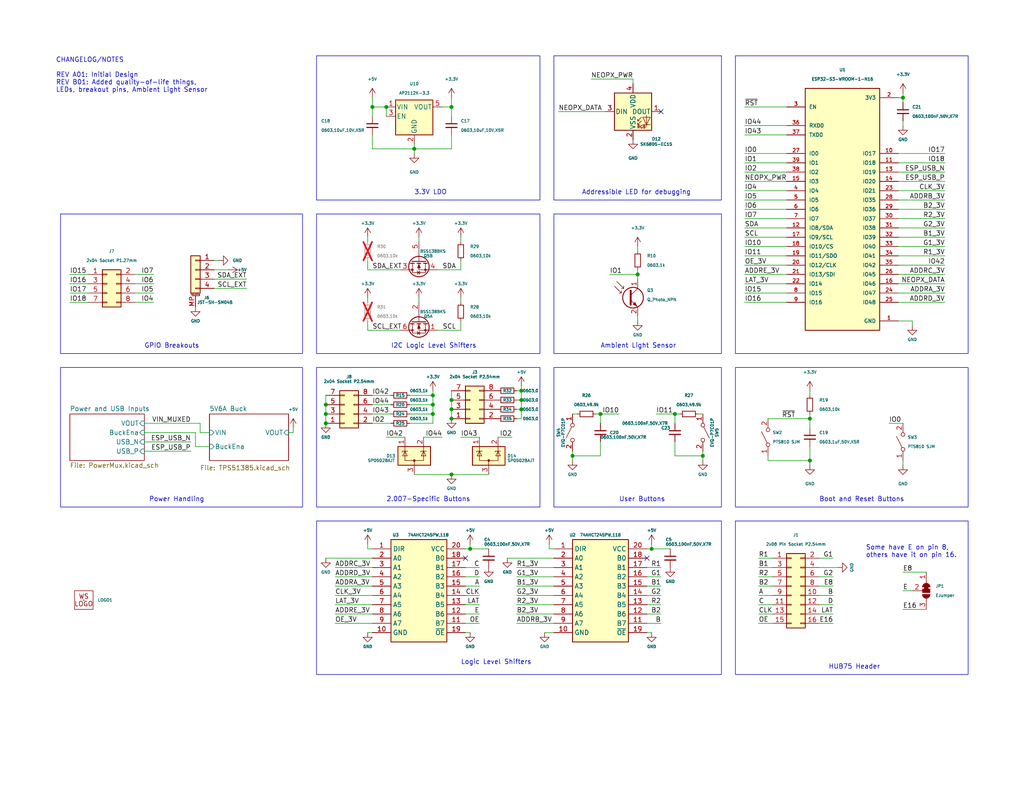
<source format=kicad_sch>
(kicad_sch (version 20230121) (generator eeschema)
  (paper "USLetter")
  (title_block (title "Main") (date "2024-02-14") (rev "B02"))
  (junction (at 118.11 107.95))
  (junction (at 88.9 113.03))
  (junction (at 88.9 110.49))
  (junction (at 191.77 124.46))
  (junction (at 118.11 113.03))
  (junction (at 123.19 129.54))
  (junction (at 184.15 113.03))
  (junction (at 177.8 149.86))
  (junction (at 142.24 111.76))
  (junction (at 123.19 111.76))
  (junction (at 220.98 125.73))
  (junction (at 101.6 29.21))
  (junction (at 246.38 26.67))
  (junction (at 123.19 109.22))
  (junction (at 123.19 29.21))
  (junction (at 113.03 40.64))
  (junction (at 123.19 114.3))
  (junction (at 142.24 109.22))
  (junction (at 220.98 114.3))
  (junction (at 88.9 115.57))
  (junction (at 163.83 113.03))
  (junction (at 105.41 29.21))
  (junction (at 118.11 110.49))
  (junction (at 128.27 149.86))
  (junction (at 156.21 124.46))
  (junction (at 173.99 74.93))
  (junction (at 142.24 106.68))
  (no_connect (at 176.53 152.4))
  (no_connect (at 180.34 30.48))
  (no_connect (at 127 152.4))
  (wire (pts (xy 203.2 41.91) (xy 214.63 41.91)))
  (wire (pts (xy 111.76 115.57) (xy 118.11 115.57)))
  (wire (pts (xy 166.37 74.93) (xy 173.99 74.93)))
  (wire (pts (xy 176.53 165.1) (xy 180.34 165.1)))
  (wire (pts (xy 203.2 29.21) (xy 214.63 29.21)))
  (wire (pts (xy 53.34 118.11) (xy 53.34 121.92)))
  (wire (pts (xy 245.11 57.15) (xy 257.81 57.15)))
  (wire (pts (xy 142.24 109.22) (xy 142.24 111.76)))
  (wire (pts (xy 100.33 87.63) (xy 100.33 90.17)))
  (wire (pts (xy 203.2 77.47) (xy 214.63 77.47)))
  (wire (pts (xy 105.41 29.21) (xy 105.41 31.75)))
  (wire (pts (xy 248.92 87.63) (xy 248.92 88.9)))
  (wire (pts (xy 142.24 105.41) (xy 142.24 106.68)))
  (wire (pts (xy 203.2 72.39) (xy 214.63 72.39)))
  (wire (pts (xy 246.38 34.29) (xy 246.38 33.02)))
  (wire (pts (xy 172.72 21.59) (xy 172.72 22.86)))
  (wire (pts (xy 151.13 154.94) (xy 140.97 154.94)))
  (wire (pts (xy 58.42 73.66) (xy 62.23 73.66)))
  (wire (pts (xy 203.2 49.53) (xy 214.63 49.53)))
  (wire (pts (xy 139.7 119.38) (xy 135.89 119.38)))
  (wire (pts (xy 101.6 165.1) (xy 91.44 165.1)))
  (wire (pts (xy 80.01 118.11) (xy 78.74 118.11)))
  (wire (pts (xy 125.73 81.28) (xy 125.73 82.55)))
  (wire (pts (xy 101.6 167.64) (xy 91.44 167.64)))
  (wire (pts (xy 173.99 73.66) (xy 173.99 74.93)))
  (wire (pts (xy 123.19 111.76) (xy 123.19 114.3)))
  (wire (pts (xy 245.11 26.67) (xy 246.38 26.67)))
  (wire (pts (xy 119.38 73.66) (xy 125.73 73.66)))
  (wire (pts (xy 156.21 113.03) (xy 157.48 113.03)))
  (wire (pts (xy 100.33 81.28) (xy 100.33 82.55)))
  (wire (pts (xy 223.52 165.1) (xy 227.33 165.1)))
  (wire (pts (xy 100.33 148.59) (xy 100.33 149.86)))
  (wire (pts (xy 203.2 34.29) (xy 214.63 34.29)))
  (wire (pts (xy 177.8 149.86) (xy 177.8 148.59)))
  (wire (pts (xy 100.33 73.66) (xy 109.22 73.66)))
  (wire (pts (xy 168.91 113.03) (xy 163.83 113.03)))
  (wire (pts (xy 203.2 82.55) (xy 214.63 82.55)))
  (wire (pts (xy 177.8 149.86) (xy 182.88 149.86)))
  (wire (pts (xy 203.2 36.83) (xy 214.63 36.83)))
  (wire (pts (xy 101.6 107.95) (xy 106.68 107.95)))
  (wire (pts (xy 24.13 77.47) (xy 19.05 77.47)))
  (wire (pts (xy 210.82 152.4) (xy 207.01 152.4)))
  (wire (pts (xy 101.6 172.72) (xy 100.33 172.72)))
  (wire (pts (xy 176.53 167.64) (xy 180.34 167.64)))
  (wire (pts (xy 24.13 82.55) (xy 19.05 82.55)))
  (wire (pts (xy 127 149.86) (xy 128.27 149.86)))
  (wire (pts (xy 245.11 41.91) (xy 257.81 41.91)))
  (wire (pts (xy 245.11 69.85) (xy 257.81 69.85)))
  (wire (pts (xy 120.65 119.38) (xy 115.57 119.38)))
  (wire (pts (xy 149.86 149.86) (xy 151.13 149.86)))
  (wire (pts (xy 176.53 160.02) (xy 180.34 160.02)))
  (wire (pts (xy 101.6 115.57) (xy 106.68 115.57)))
  (wire (pts (xy 127 157.48) (xy 130.81 157.48)))
  (wire (pts (xy 203.2 67.31) (xy 214.63 67.31)))
  (wire (pts (xy 88.9 113.03) (xy 88.9 115.57)))
  (wire (pts (xy 118.11 110.49) (xy 118.11 107.95)))
  (wire (pts (xy 245.11 67.31) (xy 257.81 67.31)))
  (wire (pts (xy 223.52 170.18) (xy 227.33 170.18)))
  (wire (pts (xy 184.15 120.65) (xy 184.15 124.46)))
  (wire (pts (xy 220.98 106.68) (xy 220.98 107.95)))
  (wire (pts (xy 100.33 64.77) (xy 100.33 66.04)))
  (wire (pts (xy 220.98 113.03) (xy 220.98 114.3)))
  (wire (pts (xy 151.13 170.18) (xy 140.97 170.18)))
  (wire (pts (xy 119.38 90.17) (xy 125.73 90.17)))
  (wire (pts (xy 179.07 113.03) (xy 184.15 113.03)))
  (wire (pts (xy 209.55 125.73) (xy 220.98 125.73)))
  (wire (pts (xy 127 170.18) (xy 130.81 170.18)))
  (wire (pts (xy 123.19 106.68) (xy 123.19 109.22)))
  (wire (pts (xy 91.44 154.94) (xy 101.6 154.94)))
  (wire (pts (xy 128.27 149.86) (xy 133.35 149.86)))
  (wire (pts (xy 101.6 110.49) (xy 106.68 110.49)))
  (wire (pts (xy 100.33 90.17) (xy 109.22 90.17)))
  (wire (pts (xy 163.83 113.03) (xy 162.56 113.03)))
  (wire (pts (xy 210.82 154.94) (xy 207.01 154.94)))
  (wire (pts (xy 210.82 165.1) (xy 207.01 165.1)))
  (wire (pts (xy 123.19 36.83) (xy 123.19 40.64)))
  (wire (pts (xy 191.77 125.73) (xy 191.77 124.46)))
  (wire (pts (xy 101.6 162.56) (xy 91.44 162.56)))
  (wire (pts (xy 210.82 170.18) (xy 207.01 170.18)))
  (wire (pts (xy 203.2 62.23) (xy 214.63 62.23)))
  (wire (pts (xy 151.13 165.1) (xy 140.97 165.1)))
  (wire (pts (xy 220.98 127) (xy 220.98 125.73)))
  (wire (pts (xy 123.19 29.21) (xy 120.65 29.21)))
  (wire (pts (xy 88.9 110.49) (xy 88.9 113.03)))
  (wire (pts (xy 203.2 80.01) (xy 214.63 80.01)))
  (wire (pts (xy 101.6 157.48) (xy 91.44 157.48)))
  (wire (pts (xy 245.11 49.53) (xy 257.81 49.53)))
  (wire (pts (xy 245.11 74.93) (xy 257.81 74.93)))
  (wire (pts (xy 142.24 106.68) (xy 142.24 109.22)))
  (wire (pts (xy 176.53 154.94) (xy 180.34 154.94)))
  (wire (pts (xy 176.53 172.72) (xy 177.8 172.72)))
  (wire (pts (xy 184.15 115.57) (xy 184.15 113.03)))
  (wire (pts (xy 176.53 162.56) (xy 180.34 162.56)))
  (wire (pts (xy 156.21 124.46) (xy 156.21 123.19)))
  (wire (pts (xy 151.13 162.56) (xy 140.97 162.56)))
  (wire (pts (xy 210.82 167.64) (xy 207.01 167.64)))
  (wire (pts (xy 245.11 52.07) (xy 257.81 52.07)))
  (wire (pts (xy 140.97 106.68) (xy 142.24 106.68)))
  (wire (pts (xy 246.38 156.21) (xy 252.73 156.21)))
  (wire (pts (xy 80.01 116.84) (xy 80.01 118.11)))
  (wire (pts (xy 114.3 81.28) (xy 114.3 82.55)))
  (wire (pts (xy 123.19 29.21) (xy 123.19 31.75)))
  (wire (pts (xy 203.2 52.07) (xy 214.63 52.07)))
  (wire (pts (xy 114.3 64.77) (xy 114.3 66.04)))
  (wire (pts (xy 245.11 59.69) (xy 257.81 59.69)))
  (wire (pts (xy 100.33 149.86) (xy 101.6 149.86)))
  (wire (pts (xy 59.69 71.12) (xy 58.42 71.12)))
  (wire (pts (xy 54.61 118.11) (xy 57.15 118.11)))
  (wire (pts (xy 127 160.02) (xy 130.81 160.02)))
  (wire (pts (xy 203.2 64.77) (xy 214.63 64.77)))
  (wire (pts (xy 223.52 154.94) (xy 228.6 154.94)))
  (wire (pts (xy 203.2 44.45) (xy 214.63 44.45)))
  (wire (pts (xy 173.99 74.93) (xy 173.99 76.2)))
  (wire (pts (xy 101.6 113.03) (xy 106.68 113.03)))
  (wire (pts (xy 245.11 72.39) (xy 257.81 72.39)))
  (wire (pts (xy 176.53 170.18) (xy 180.34 170.18)))
  (wire (pts (xy 127 165.1) (xy 130.81 165.1)))
  (wire (pts (xy 209.55 124.46) (xy 209.55 125.73)))
  (wire (pts (xy 100.33 71.12) (xy 100.33 73.66)))
  (wire (pts (xy 128.27 148.59) (xy 128.27 149.86)))
  (wire (pts (xy 36.83 80.01) (xy 41.91 80.01)))
  (wire (pts (xy 123.19 109.22) (xy 123.19 111.76)))
  (wire (pts (xy 246.38 127) (xy 246.38 125.73)))
  (wire (pts (xy 173.99 86.36) (xy 173.99 87.63)))
  (wire (pts (xy 101.6 26.67) (xy 101.6 29.21)))
  (wire (pts (xy 39.37 115.57) (xy 54.61 115.57)))
  (wire (pts (xy 176.53 157.48) (xy 180.34 157.48)))
  (wire (pts (xy 149.86 148.59) (xy 149.86 149.86)))
  (wire (pts (xy 245.11 54.61) (xy 257.81 54.61)))
  (wire (pts (xy 140.97 111.76) (xy 142.24 111.76)))
  (wire (pts (xy 148.59 172.72) (xy 151.13 172.72)))
  (wire (pts (xy 140.97 114.3) (xy 142.24 114.3)))
  (wire (pts (xy 161.29 21.59) (xy 172.72 21.59)))
  (wire (pts (xy 24.13 80.01) (xy 19.05 80.01)))
  (wire (pts (xy 140.97 167.64) (xy 151.13 167.64)))
  (wire (pts (xy 123.19 129.54) (xy 113.03 129.54)))
  (wire (pts (xy 210.82 162.56) (xy 207.01 162.56)))
  (wire (pts (xy 101.6 170.18) (xy 91.44 170.18)))
  (wire (pts (xy 156.21 125.73) (xy 156.21 124.46)))
  (wire (pts (xy 245.11 77.47) (xy 257.81 77.47)))
  (wire (pts (xy 210.82 157.48) (xy 207.01 157.48)))
  (wire (pts (xy 127 172.72) (xy 128.27 172.72)))
  (wire (pts (xy 245.11 87.63) (xy 248.92 87.63)))
  (wire (pts (xy 140.97 109.22) (xy 142.24 109.22)))
  (wire (pts (xy 88.9 107.95) (xy 88.9 110.49)))
  (wire (pts (xy 125.73 87.63) (xy 125.73 90.17)))
  (wire (pts (xy 203.2 54.61) (xy 214.63 54.61)))
  (wire (pts (xy 138.43 152.4) (xy 151.13 152.4)))
  (wire (pts (xy 203.2 57.15) (xy 214.63 57.15)))
  (wire (pts (xy 203.2 74.93) (xy 214.63 74.93)))
  (wire (pts (xy 184.15 124.46) (xy 191.77 124.46)))
  (wire (pts (xy 127 162.56) (xy 130.81 162.56)))
  (wire (pts (xy 220.98 121.92) (xy 220.98 125.73)))
  (wire (pts (xy 242.57 115.57) (xy 246.38 115.57)))
  (wire (pts (xy 245.11 62.23) (xy 257.81 62.23)))
  (wire (pts (xy 111.76 110.49) (xy 118.11 110.49)))
  (wire (pts (xy 101.6 160.02) (xy 91.44 160.02)))
  (wire (pts (xy 191.77 124.46) (xy 191.77 123.19)))
  (wire (pts (xy 163.83 115.57) (xy 163.83 113.03)))
  (wire (pts (xy 246.38 27.94) (xy 246.38 26.67)))
  (wire (pts (xy 245.11 44.45) (xy 257.81 44.45)))
  (wire (pts (xy 151.13 157.48) (xy 140.97 157.48)))
  (wire (pts (xy 127 167.64) (xy 130.81 167.64)))
  (wire (pts (xy 123.19 129.54) (xy 133.35 129.54)))
  (wire (pts (xy 203.2 69.85) (xy 214.63 69.85)))
  (wire (pts (xy 113.03 40.64) (xy 113.03 39.37)))
  (wire (pts (xy 101.6 36.83) (xy 101.6 40.64)))
  (wire (pts (xy 203.2 46.99) (xy 214.63 46.99)))
  (wire (pts (xy 39.37 120.65) (xy 52.07 120.65)))
  (wire (pts (xy 125.73 119.38) (xy 130.81 119.38)))
  (wire (pts (xy 111.76 113.03) (xy 118.11 113.03)))
  (wire (pts (xy 209.55 114.3) (xy 220.98 114.3)))
  (wire (pts (xy 210.82 160.02) (xy 207.01 160.02)))
  (wire (pts (xy 24.13 74.93) (xy 19.05 74.93)))
  (wire (pts (xy 220.98 114.3) (xy 220.98 116.84)))
  (wire (pts (xy 125.73 64.77) (xy 125.73 66.04)))
  (wire (pts (xy 125.73 71.12) (xy 125.73 73.66)))
  (wire (pts (xy 54.61 118.11) (xy 54.61 115.57)))
  (wire (pts (xy 101.6 40.64) (xy 113.03 40.64)))
  (wire (pts (xy 163.83 120.65) (xy 163.83 124.46)))
  (wire (pts (xy 246.38 166.37) (xy 252.73 166.37)))
  (wire (pts (xy 36.83 77.47) (xy 41.91 77.47)))
  (wire (pts (xy 142.24 111.76) (xy 142.24 114.3)))
  (wire (pts (xy 223.52 162.56) (xy 227.33 162.56)))
  (wire (pts (xy 246.38 26.67) (xy 246.38 25.4)))
  (wire (pts (xy 246.38 161.29) (xy 248.92 161.29)))
  (wire (pts (xy 111.76 107.95) (xy 118.11 107.95)))
  (wire (pts (xy 245.11 82.55) (xy 257.81 82.55)))
  (wire (pts (xy 53.34 121.92) (xy 57.15 121.92)))
  (wire (pts (xy 163.83 124.46) (xy 156.21 124.46)))
  (wire (pts (xy 118.11 115.57) (xy 118.11 113.03)))
  (wire (pts (xy 173.99 67.31) (xy 173.99 68.58)))
  (wire (pts (xy 36.83 82.55) (xy 41.91 82.55)))
  (wire (pts (xy 101.6 29.21) (xy 105.41 29.21)))
  (wire (pts (xy 118.11 106.68) (xy 118.11 107.95)))
  (wire (pts (xy 152.4 30.48) (xy 165.1 30.48)))
  (wire (pts (xy 36.83 74.93) (xy 41.91 74.93)))
  (wire (pts (xy 223.52 167.64) (xy 227.33 167.64)))
  (wire (pts (xy 113.03 41.91) (xy 113.03 40.64)))
  (wire (pts (xy 245.11 80.01) (xy 257.81 80.01)))
  (wire (pts (xy 39.37 118.11) (xy 53.34 118.11)))
  (wire (pts (xy 190.5 113.03) (xy 191.77 113.03)))
  (wire (pts (xy 184.15 113.03) (xy 185.42 113.03)))
  (wire (pts (xy 58.42 76.2) (xy 67.31 76.2)))
  (wire (pts (xy 123.19 40.64) (xy 113.03 40.64)))
  (wire (pts (xy 223.52 152.4) (xy 227.33 152.4)))
  (wire (pts (xy 245.11 64.77) (xy 257.81 64.77)))
  (wire (pts (xy 176.53 149.86) (xy 177.8 149.86)))
  (wire (pts (xy 203.2 59.69) (xy 214.63 59.69)))
  (wire (pts (xy 223.52 157.48) (xy 227.33 157.48)))
  (wire (pts (xy 118.11 113.03) (xy 118.11 110.49)))
  (wire (pts (xy 88.9 152.4) (xy 101.6 152.4)))
  (wire (pts (xy 39.37 123.19) (xy 52.07 123.19)))
  (wire (pts (xy 101.6 31.75) (xy 101.6 29.21)))
  (wire (pts (xy 223.52 160.02) (xy 227.33 160.02)))
  (wire (pts (xy 127 154.94) (xy 130.81 154.94)))
  (wire (pts (xy 105.41 119.38) (xy 110.49 119.38)))
  (wire (pts (xy 123.19 26.67) (xy 123.19 29.21)))
  (wire (pts (xy 151.13 160.02) (xy 140.97 160.02)))
  (wire (pts (xy 245.11 46.99) (xy 257.81 46.99)))
  (wire (pts (xy 58.42 78.74) (xy 67.31 78.74)))
  (rectangle (start 16.51 58.42) (end 82.55 96.52))
  (rectangle (start 151.13 58.42) (end 196.85 96.52))
  (rectangle (start 200.66 142.24) (end 264.16 184.15))
  (rectangle (start 86.36 15.24) (end 147.32 54.61))
  (rectangle (start 86.36 142.24) (end 196.85 184.15))
  (rectangle (start 16.51 100.33) (end 82.55 138.43))
  (rectangle (start 200.66 100.33) (end 264.16 138.43))
  (rectangle (start 151.13 100.33) (end 196.85 138.43))
  (rectangle (start 86.36 100.33) (end 147.32 138.43))
  (rectangle (start 200.66 15.24) (end 264.16 96.52))
  (rectangle (start 151.13 15.24) (end 196.85 54.61))
  (rectangle (start 86.36 58.42) (end 147.32 96.52))
  (text "Boot and Reset Buttons" (at 223.52 137.16 0) (effects (font (size 1.27 1.27)) (justify left bottom)))
  (text "Addressible LED for debugging" (at 158.75 53.34 0) (effects (font (size 1.27 1.27)) (justify left bottom)))
  (text "3.3V LDO" (at 113.03 53.34 0) (effects (font (size 1.27 1.27)) (justify left bottom)))
  (text "User Buttons" (at 168.91 137.16 0) (effects (font (size 1.27 1.27)) (justify left bottom)))
  (text "I2C Logic Level Shifters" (at 106.68 95.25 0) (effects (font (size 1.27 1.27)) (justify left bottom)))
  (text "HUB75 Header" (at 226.06 182.88 0) (effects (font (size 1.27 1.27)) (justify left bottom)))
  (text "Some have E on pin 8, \nothers have it on pin 16. " (at 236.22 152.4 0) (effects (font (size 1.27 1.27)) (justify left bottom)))
  (text "2.007-Specific Buttons\n" (at 105.41 137.16 0) (effects (font (size 1.27 1.27)) (justify left bottom)))
  (text "Logic Level Shifters" (at 125.73 181.61 0) (effects (font (size 1.27 1.27)) (justify left bottom)))
  (text "Power Handling\n" (at 40.64 137.16 0) (effects (font (size 1.27 1.27)) (justify left bottom)))
  (text "GPIO Breakouts" (at 39.37 95.25 0) (effects (font (size 1.27 1.27)) (justify left bottom)))
  (text "Ambient Light Sensor" (at 163.83 95.25 0) (effects (font (size 1.27 1.27)) (justify left bottom)))
  (text "CHANGELOG/NOTES\n\nREV A01: Initial Design\nREV B01: Added quality-of-life things,\nLEDs, breakout pins, Ambient Light Sensor\n" (at 15.24 25.4 0) (effects (font (size 1.27 1.27)) (justify left bottom)))
  (label "NEOPX_DATA" (at 152.4 30.48 0))
  (label "VIN_MUXED" (at 52.07 115.57 180))
  (label "A" (at 130.81 160.02 180))
  (label "IO1" (at 203.2 44.45 0))
  (label "SDA_EXT" (at 101.6 73.66 0))
  (label "IO15" (at 203.2 80.01 0))
  (label "C" (at 130.81 154.94 180))
  (label "ESP_USB_N" (at 257.81 46.99 180))
  (label "IO7" (at 41.91 74.93 180))
  (label "G1" (at 180.34 157.48 180))
  (label "OE_3V" (at 91.44 170.18 0))
  (label "R2" (at 207.01 157.48 0))
  (label "IO42" (at 105.41 119.38 0))
  (label "ADDRA_3V" (at 91.44 160.02 0))
  (label "B2_3V" (at 140.97 167.64 0))
  (label "C" (at 207.01 165.1 0))
  (label "NEOPX_PWR" (at 203.2 49.53 0))
  (label "IO1" (at 166.37 74.93 0))
  (label "IO42" (at 257.81 72.39 180))
  (label "IO43" (at 203.2 36.83 0))
  (label "B2_3V" (at 257.81 57.15 180))
  (label "R2_3V" (at 140.97 165.1 0))
  (label "R2" (at 180.34 165.1 180))
  (label "IO10" (at 203.2 67.31 0))
  (label "CLK" (at 207.01 167.64 0))
  (label "CLK" (at 130.81 162.56 180))
  (label "G1" (at 227.33 152.4 180))
  (label "IO17" (at 19.05 80.01 0))
  (label "SCL_EXT" (at 67.31 78.74 180))
  (label "IO43" (at 101.6 113.03 0))
  (label "~{RST}" (at 203.2 29.21 0))
  (label "IO44" (at 101.6 110.49 0))
  (label "IO4" (at 41.91 82.55 180))
  (label "R1_3V" (at 257.81 69.85 180))
  (label "E" (at 130.81 167.64 180))
  (label "IO6" (at 203.2 57.15 0))
  (label "B2" (at 180.34 167.64 180))
  (label "ADDRD_3V" (at 257.81 82.55 180))
  (label "ADDRB_3V" (at 140.97 170.18 0))
  (label "R1" (at 180.34 154.94 180))
  (label "E" (at 246.38 161.29 0))
  (label "ADDRB_3V" (at 257.81 54.61 180))
  (label "IO2" (at 101.6 115.57 0))
  (label "B1_3V" (at 257.81 64.77 180))
  (label "SCL_EXT" (at 101.6 90.17 0))
  (label "D" (at 227.33 165.1 180))
  (label "SDA_EXT" (at 67.31 76.2 180))
  (label "CLK_3V" (at 257.81 52.07 180))
  (label "IO10" (at 168.91 113.03 180))
  (label "IO42" (at 101.6 107.95 0))
  (label "IO18" (at 19.05 82.55 0))
  (label "IO4" (at 203.2 52.07 0))
  (label "IO11" (at 203.2 69.85 0))
  (label "G2" (at 180.34 162.56 180))
  (label "OE_3V" (at 203.2 72.39 0))
  (label "ADDRE_3V" (at 91.44 167.64 0))
  (label "IO0" (at 203.2 41.91 0))
  (label "IO11" (at 179.07 113.03 0))
  (label "ADDRA_3V" (at 257.81 80.01 180))
  (label "D" (at 130.81 157.48 180))
  (label "IO16" (at 203.2 82.55 0))
  (label "G1_3V" (at 257.81 67.31 180))
  (label "E16" (at 246.38 166.37 0))
  (label "IO5" (at 41.91 80.01 180))
  (label "IO15" (at 19.05 74.93 0))
  (label "G2" (at 227.33 157.48 180))
  (label "B" (at 227.33 162.56 180))
  (label "SCL" (at 203.2 64.77 0))
  (label "SCL" (at 124.46 90.17 180))
  (label "LAT_3V" (at 203.2 77.47 0))
  (label "IO44" (at 120.65 119.38 180))
  (label "IO18" (at 257.81 44.45 180))
  (label "IO7" (at 203.2 59.69 0))
  (label "OE" (at 130.81 170.18 180))
  (label "NEOPX_PWR" (at 161.29 21.59 0))
  (label "IO2" (at 203.2 46.99 0))
  (label "SDA" (at 203.2 62.23 0))
  (label "B1_3V" (at 140.97 160.02 0))
  (label "B1" (at 180.34 160.02 180))
  (label "ESP_USB_P" (at 52.07 123.19 180))
  (label "E8" (at 227.33 160.02 180))
  (label "CLK_3V" (at 91.44 162.56 0))
  (label "SDA" (at 124.46 73.66 180))
  (label "IO16" (at 19.05 77.47 0))
  (label "B1" (at 207.01 154.94 0))
  (label "E16" (at 227.33 170.18 180))
  (label "IO43" (at 125.73 119.38 0))
  (label "ESP_USB_N" (at 52.07 120.65 180))
  (label "A" (at 207.01 162.56 0))
  (label "R1" (at 207.01 152.4 0))
  (label "E8" (at 246.38 156.21 0))
  (label "IO17" (at 257.81 41.91 180))
  (label "LAT_3V" (at 91.44 165.1 0))
  (label "IO44" (at 203.2 34.29 0))
  (label "IO2" (at 139.7 119.38 180))
  (label "ADDRE_3V" (at 203.2 74.93 0))
  (label "B" (at 180.34 170.18 180))
  (label "LAT" (at 227.33 167.64 180))
  (label "~{RST}" (at 213.36 114.3 0))
  (label "R1_3V" (at 140.97 154.94 0))
  (label "G1_3V" (at 140.97 157.48 0))
  (label "LAT" (at 130.81 165.1 180))
  (label "IO6" (at 41.91 77.47 180))
  (label "ADDRC_3V" (at 91.44 154.94 0))
  (label "OE" (at 207.01 170.18 0))
  (label "ESP_USB_P" (at 257.81 49.53 180))
  (label "ADDRC_3V" (at 257.81 74.93 180))
  (label "IO5" (at 203.2 54.61 0))
  (label "B2" (at 207.01 160.02 0))
  (label "G2_3V" (at 140.97 162.56 0))
  (label "IO0" (at 242.57 115.57 0))
  (label "ADDRD_3V" (at 91.44 157.48 0))
  (label "G2_3V" (at 257.81 62.23 180))
  (label "NEOPX_DATA" (at 257.81 77.47 180))
  (label "R2_3V" (at 257.81 59.69 180))
  (symbol (lib_id "Device:Q_Dual_NMOS_S1G1D2S2G2D1") (at 114.3 71.12 90) (mirror x) (unit 2)
    (property "Reference" "Q5" (at 116.84 69.85 90) (effects (font (size 0.8 0.8))))
    (property "Value" "BSS138BKS" (at 118.11 68.58 90) (effects (font (size 0.8 0.8))))
    (property "Footprint" "Package_TO_SOT_SMD:SOT-363_SC-70-6" (effects hide))
  )
  (symbol (lib_id "power:GND") (at 246.38 127 0) (unit 1)
    (property "Reference" "#PWR034" (effects hide))
    (property "Value" "GND" (at 246.38 132.08 0) (effects (font (size 0.8 0.8))))
  )
  (symbol (lib_id "jlcpcb-basic-resistor:0603,1k") (at 109.22 113.03 90) (unit 1)
    (property "Reference" "R24" (at 109.22 113.03 90) (effects (font (size 0.8 0.8))))
    (property "Value" "0603,1k" (at 114.3 111.76 90) (effects (font (size 0.8 0.8))))
    (property "Footprint" "Resistor_SMD:R_0603_1608Metric" (effects hide))
    (property "Datasheet" "https://datasheet.lcsc.com/lcsc/2110252030_UNI-ROYAL-Uniroyal-Elec-0603WAF1001T5E_C21190.pdf" (effects hide))
    (property "LCSC" "C21190" (effects hide))
    (property "MFG" "UNI-ROYAL(Uniroyal Elec)" (effects hide))
    (property "MFGPN" "0603WAF1001T5E" (effects hide))
  )
  (symbol (lib_id "Jumper:SolderJumper_3_Bridged12") (at 252.73 161.29 270) (unit 1)
    (property "Reference" "JP1" (at 255.27 160.02 90) (effects (font (size 0.8 0.8)) (justify left)))
    (property "Value" "EJumper" (at 255.27 162.56 90) (effects (font (size 0.8 0.8)) (justify left)))
    (property "Footprint" "Jumper:SolderJumper-3_P2.0mm_Open_TrianglePad1.0x1.5mm" (effects hide))
  )
  (symbol (lib_id "power:GND") (at 88.9 152.4 0) (unit 1)
    (property "Reference" "#PWR07" (effects hide))
    (property "Value" "GND" (at 88.9 156.21 0) (effects (font (size 0.8 0.8))))
  )
  (symbol (lib_id "power:GND") (at 248.92 88.9 0) (unit 1)
    (property "Reference" "#PWR08" (effects hide))
    (property "Value" "GND" (at 248.92 92.71 0) (effects (font (size 0.8 0.8))))
  )
  (symbol (lib_id "power:GND") (at 156.21 125.73 0) (unit 1)
    (property "Reference" "#PWR053" (effects hide))
    (property "Value" "GND" (at 156.21 129.54 0) (effects (font (size 0.8 0.8))))
  )
  (symbol (lib_id "power:+5V") (at 80.01 116.84 0) (unit 1)
    (property "Reference" "#PWR028" (effects hide))
    (property "Value" "+5V" (at 80.01 111.76 0) (effects (font (size 0.8 0.8))))
  )
  (symbol (lib_id "power:+5V") (at 62.23 73.66 270) (unit 1)
    (property "Reference" "#PWR047" (effects hide))
    (property "Value" "+5V" (at 64.77 73.66 90) (effects (font (size 0.8 0.8)) (justify left)))
  )
  (symbol (lib_id "power:+3.3V") (at 100.33 64.77 0) (unit 1)
    (property "Reference" "#PWR057" (effects hide))
    (property "Value" "+3.3V" (at 100.33 60.96 0) (effects (font (size 0.8 0.8))))
  )
  (symbol (lib_id "Power_Protection:SP0502BAJT") (at 133.35 124.46 0) (unit 1)
    (property "Reference" "D14" (at 138.43 124.46 0) (effects (font (size 0.8 0.8)) (justify left)))
    (property "Value" "SP0502BAJT" (at 138.43 125.73 0) (effects (font (size 0.8 0.8)) (justify left)))
    (property "Footprint" "Package_TO_SOT_SMD:SOT-323_SC-70" (effects hide))
    (property "Datasheet" "http://www.littelfuse.com/~/media/files/littelfuse/technical%20resources/documents/data%20sheets/sp05xxba.pdf" (effects hide))
    (property "LCSC" "C207262" (effects hide))
    (property "MFG" "Littelfuse" (effects hide))
    (property "MFGPN" "SP0502BAJTG" (effects hide))
  )
  (symbol (lib_id "power:GND") (at 113.03 41.91 0) (unit 1)
    (property "Reference" "#PWR030" (effects hide))
    (property "Value" "GND" (at 113.03 46.99 0) (effects (font (size 0.8 0.8))))
  )
  (symbol (lib_id "jlcpcb-basic-capacitor:0402,100nF,50V,X7R ") (at 182.88 152.4 0) (unit 1)
    (property "Reference" "C5" (at 181.61 147.32 0) (effects (font (size 0.8 0.8)) (justify left)))
    (property "Value" "0603,100nF,50V,X7R " (at 181.61 148.59 0) (effects (font (size 0.8 0.8)) (justify left)))
    (property "Footprint" "Capacitor_SMD:C_0603_1608Metric" (effects hide))
    (property "Datasheet" "https://datasheet.lcsc.com/lcsc/1809301912_YAGEO-CC0603KRX7R9BB104_C14663.pdf" (effects hide))
    (property "LCSC" "C14663" (effects hide))
    (property "MFG" "YAGEO" (effects hide))
    (property "MFGPN" "CC0603KRX7R9BB104" (effects hide))
  )
  (symbol (lib_id "WS_LCSC_Mechanical:LOGO") (at 22.86 163.83 0) (unit 1) (in_bom no)
    (property "Reference" "LOGO1" (at 26.67 163.83 0) (effects (font (size 0.8 0.8)) (justify left)))
    (property "Value" "~" (at 22.86 163.83 0) (effects (font (size 0.8 0.8))))
    (property "Footprint" "WS_LCSC_Mechanical:Logo" (effects hide))
  )
  (symbol (lib_id "jlcpcb-basic-capacitor:0603,100nF,50V,X7R ") (at 163.83 118.11 0) (unit 1)
    (property "Reference" "C20" (at 166.37 118.11 0) (effects (font (size 0.8 0.8)) (justify left)))
    (property "Value" "0603,100nF,50V,X7R " (at 163.83 119.38 0) (effects (font (size 0.8 0.8)) (justify left)))
    (property "Footprint" "C_0603_1608Metric" (effects hide))
    (property "Datasheet" "https://datasheet.lcsc.com/lcsc/1809301912_YAGEO-CC0603KRX7R9BB104_C14663.pdf" (effects hide))
    (property "LCSC" "C14663" (effects hide))
    (property "MFG" "YAGEO" (effects hide))
    (property "MFGPN" "CC0603KRX7R9BB104" (effects hide))
  )
  (symbol (lib_id "power:GND") (at 173.99 87.63 0) (unit 1)
    (property "Reference" "#PWR035" (effects hide))
    (property "Value" "GND" (at 173.99 91.44 0) (effects (font (size 0.8 0.8))))
  )
  (symbol (lib_id "power:GND") (at 182.88 154.94 0) (unit 1)
    (property "Reference" "#PWR026" (effects hide))
    (property "Value" "GND" (at 182.88 158.75 0) (effects (font (size 0.8 0.8))))
  )
  (symbol (lib_id "jlcpcb-basic-capacitor:0402,1uF,25V,X5R ") (at 220.98 119.38 0) (unit 1)
    (property "Reference" "C19" (at 223.52 118.11 0) (effects (font (size 0.8 0.8)) (justify left)))
    (property "Value" "0603,1uF,50V,X5R " (at 223.52 120.65 0) (effects (font (size 0.8 0.8)) (justify left)))
    (property "Footprint" "Capacitor_SMD:C_0603_1608Metric" (effects hide))
    (property "Datasheet" "https://datasheet.lcsc.com/lcsc/1810261812_Samsung-Electro-Mechanics-CL10A105KB8NNNC_C15849.pdf" (effects hide))
    (property "LCSC" "C15849" (effects hide))
    (property "MFG" "Samsung Electro-Mechanics" (effects hide))
    (property "MFGPN" "CL10A105KB8NNNC" (effects hide))
  )
  (symbol (lib_id "Connector_Generic:Conn_02x08_Odd_Even") (at 215.9 160.02 0) (unit 1)
    (property "Reference" "J1" (at 217.17 146.05 0) (effects (font (size 0.8 0.8))))
    (property "Value" "2x08 Pin Socket P2.54mm" (at 217.17 148.59 0) (effects (font (size 0.8 0.8))))
    (property "Footprint" "Connector_PinSocket_2.54mm:PinSocket_2x08_P2.54mm_Vertical" (effects hide))
  )
  (symbol (lib_id "power:+3.3V") (at 114.3 81.28 0) (unit 1)
    (property "Reference" "#PWR059" (effects hide))
    (property "Value" "+3.3V" (at 114.3 77.47 0) (effects (font (size 0.8 0.8))))
  )
  (symbol (lib_id "jlcpcb-basic-resistor:0402,10k") (at 220.98 110.49 0) (unit 1)
    (property "Reference" "R19" (at 223.52 109.22 0) (effects (font (size 0.8 0.8)) (justify left)))
    (property "Value" "0603,10k" (at 223.52 111.76 0) (effects (font (size 0.8 0.8)) (justify left)))
    (property "Footprint" "Resistor_SMD:R_0603_1608Metric" (effects hide))
    (property "Datasheet" "https://datasheet.lcsc.com/lcsc/2110260030_UNI-ROYAL-Uniroyal-Elec-0603WAF1002T5E_C25804.pdf" (effects hide))
    (property "LCSC" "C25804" (effects hide))
    (property "MFG" "UNI-ROYAL(Uniroyal Elec)" (effects hide))
    (property "MFGPN" "0603WAF1002T5E" (effects hide))
  )
  (symbol (lib_id "power:GND") (at 177.8 172.72 0) (unit 1)
    (property "Reference" "#PWR06" (effects hide))
    (property "Value" "GND" (at 177.8 176.53 0) (effects (font (size 0.8 0.8))))
  )
  (symbol (lib_id "power:+3.3V") (at 173.99 67.31 0) (unit 1)
    (property "Reference" "#PWR045" (effects hide))
    (property "Value" "+3.3V" (at 173.99 62.23 0) (effects (font (size 0.8 0.8))))
  )
  (symbol (lib_id "power:GND") (at 172.72 38.1 0) (unit 1)
    (property "Reference" "#PWR049" (effects hide))
    (property "Value" "GND" (at 172.72 43.18 0) (effects (font (size 0.8 0.8))))
  )
  (symbol (lib_id "power:GND") (at 220.98 127 0) (unit 1)
    (property "Reference" "#PWR033" (effects hide))
    (property "Value" "GND" (at 220.98 132.08 0) (effects (font (size 0.8 0.8))))
  )
  (symbol (lib_id "jlcpcb-basic-resistor:0603,10k") (at 125.73 68.58 0) (unit 1)
    (property "Reference" "R29" (at 128.27 67.31 0) (effects (font (size 0.8 0.8)) (justify left)))
    (property "Value" "0603,10k" (at 128.27 69.85 0) (effects (font (size 0.8 0.8)) (justify left)))
    (property "Footprint" "R_0603_1608Metric" (effects hide))
    (property "Datasheet" "https://datasheet.lcsc.com/lcsc/2110260030_UNI-ROYAL-Uniroyal-Elec-0603WAF1002T5E_C25804.pdf" (effects hide))
    (property "LCSC" "C25804" (effects hide))
    (property "MFG" "UNI-ROYAL(Uniroyal Elec)" (effects hide))
    (property "MFGPN" "0603WAF1002T5E" (effects hide))
  )
  (symbol (lib_id "jlcpcb-basic-resistor:0603,1k") (at 109.22 115.57 90) (unit 1)
    (property "Reference" "R25" (at 109.22 115.57 90) (effects (font (size 0.8 0.8))))
    (property "Value" "0603,1k" (at 114.3 114.3 90) (effects (font (size 0.8 0.8))))
    (property "Footprint" "Resistor_SMD:R_0603_1608Metric" (effects hide))
    (property "Datasheet" "https://datasheet.lcsc.com/lcsc/2110252030_UNI-ROYAL-Uniroyal-Elec-0603WAF1001T5E_C21190.pdf" (effects hide))
    (property "LCSC" "C21190" (effects hide))
    (property "MFG" "UNI-ROYAL(Uniroyal Elec)" (effects hide))
    (property "MFGPN" "0603WAF1001T5E" (effects hide))
  )
  (symbol (lib_id "power:+5V") (at 149.86 148.59 0) (unit 1)
    (property "Reference" "#PWR017" (effects hide))
    (property "Value" "+5V" (at 149.86 144.78 0) (effects (font (size 0.8 0.8))))
  )
  (symbol (lib_id "power:+3.3V") (at 114.3 64.77 0) (unit 1)
    (property "Reference" "#PWR056" (effects hide))
    (property "Value" "+3.3V" (at 114.3 60.96 0) (effects (font (size 0.8 0.8))))
  )
  (symbol (lib_id "Switch:SW_SPST") (at 191.77 118.11 270) (unit 1)
    (property "Reference" "SW5" (at 195.58 118.11 0) (effects (font (size 0.8 0.8))))
    (property "Value" "EVQ-P7C01P" (at 194.31 118.11 0) (effects (font (size 0.8 0.8))))
    (property "Footprint" "Button_Switch_SMD:SW_SPST_EVQP7C" (effects hide))
    (property "LCSC" "C388883" (effects hide))
  )
  (symbol (lib_id "power:GND") (at 128.27 172.72 0) (unit 1)
    (property "Reference" "#PWR05" (effects hide))
    (property "Value" "GND" (at 128.27 176.53 0) (effects (font (size 0.8 0.8))))
  )
  (symbol (lib_id "jlcpcb-basic-resistor:0603,1k") (at 109.22 110.49 90) (unit 1)
    (property "Reference" "R20" (at 109.22 110.49 90) (effects (font (size 0.8 0.8))))
    (property "Value" "0603,1k" (at 114.3 109.22 90) (effects (font (size 0.8 0.8))))
    (property "Footprint" "Resistor_SMD:R_0603_1608Metric" (effects hide))
    (property "Datasheet" "https://datasheet.lcsc.com/lcsc/2110252030_UNI-ROYAL-Uniroyal-Elec-0603WAF1001T5E_C21190.pdf" (effects hide))
    (property "LCSC" "C21190" (effects hide))
    (property "MFG" "UNI-ROYAL(Uniroyal Elec)" (effects hide))
    (property "MFGPN" "0603WAF1001T5E" (effects hide))
  )
  (symbol (lib_id "jlcpcb-basic-resistor:0603,0") (at 138.43 114.3 90) (unit 1)
    (property "Reference" "R35" (at 138.43 114.3 90) (effects (font (size 0.8 0.8))))
    (property "Value" "0603,0" (at 144.78 114.3 90) (effects (font (size 0.8 0.8))))
    (property "Footprint" "R_0603_1608Metric" (effects hide))
    (property "Datasheet" "https://datasheet.lcsc.com/lcsc/2110252030_UNI-ROYAL-Uniroyal-Elec-0603WAF0000T5E_C21189.pdf" (effects hide))
    (property "LCSC" "C21189" (effects hide))
    (property "MFG" "UNI-ROYAL(Uniroyal Elec)" (effects hide))
    (property "MFGPN" "0603WAF0000T5E" (effects hide))
  )
  (symbol (lib_id "jlcpcb-basic-resistor:0603,1k") (at 173.99 71.12 0) (unit 1)
    (property "Reference" "R10" (at 176.53 69.85 0) (effects (font (size 0.8 0.8)) (justify left)))
    (property "Value" "0603,1k" (at 176.53 72.39 0) (effects (font (size 0.8 0.8)) (justify left)))
    (property "Footprint" "Resistor_SMD:R_0603_1608Metric" (effects hide))
    (property "Datasheet" "https://datasheet.lcsc.com/lcsc/2110252030_UNI-ROYAL-Uniroyal-Elec-0603WAF1001T5E_C21190.pdf" (effects hide))
    (property "LCSC" "C21190" (effects hide))
    (property "MFG" "UNI-ROYAL(Uniroyal Elec)" (effects hide))
    (property "MFGPN" "0603WAF1001T5E" (effects hide))
  )
  (symbol (lib_id "jlcpcb-basic-resistor:0603,0") (at 138.43 106.68 90) (unit 1)
    (property "Reference" "R32" (at 138.43 106.68 90) (effects (font (size 0.8 0.8))))
    (property "Value" "0603,0" (at 144.78 106.68 90) (effects (font (size 0.8 0.8))))
    (property "Footprint" "R_0603_1608Metric" (effects hide))
    (property "Datasheet" "https://datasheet.lcsc.com/lcsc/2110252030_UNI-ROYAL-Uniroyal-Elec-0603WAF0000T5E_C21189.pdf" (effects hide))
    (property "LCSC" "C21189" (effects hide))
    (property "MFG" "UNI-ROYAL(Uniroyal Elec)" (effects hide))
    (property "MFGPN" "0603WAF0000T5E" (effects hide))
  )
  (symbol (lib_id "power:GND") (at 148.59 172.72 0) (unit 1)
    (property "Reference" "#PWR03" (effects hide))
    (property "Value" "GND" (at 148.59 176.53 0) (effects (font (size 0.8 0.8))))
  )
  (symbol (lib_id "jlcpcb-basic-resistor:0603,49.9k") (at 187.96 113.03 270) (mirror x) (unit 1)
    (property "Reference" "R27" (at 187.96 107.95 90) (effects (font (size 0.8 0.8))))
    (property "Value" "0603,49.9k" (at 187.96 110.49 90) (effects (font (size 0.8 0.8))))
    (property "Footprint" "R_0603_1608Metric" (effects hide))
    (property "Datasheet" "https://datasheet.lcsc.com/lcsc/2110252130_UNI-ROYAL-Uniroyal-Elec-0603WAF4992T5E_C23184.pdf" (effects hide))
    (property "LCSC" "C23184" (effects hide))
    (property "MFG" "UNI-ROYAL(Uniroyal Elec)" (effects hide))
    (property "MFGPN" "0603WAF4992T5E" (effects hide))
  )
  (symbol (lib_id "Device:Q_Photo_NPN") (at 171.45 81.28 0) (unit 1)
    (property "Reference" "Q3" (at 176.53 79.2607 0) (effects (font (size 0.8 0.8)) (justify left)))
    (property "Value" "Q_Photo_NPN" (at 176.53 81.8007 0) (effects (font (size 0.8 0.8)) (justify left)))
    (property "Footprint" "Package_TO_SOT_THT:TO-92S-2" (effects hide))
  )
  (symbol (lib_id "power:+5V") (at 128.27 148.59 0) (unit 1)
    (property "Reference" "#PWR010" (effects hide))
    (property "Value" "+5V" (at 128.27 144.78 0) (effects (font (size 0.8 0.8))))
  )
  (symbol (lib_id "power:GND") (at 88.9 115.57 0) (unit 1)
    (property "Reference" "#PWR050" (effects hide))
    (property "Value" "GND" (at 88.9 119.38 0) (effects (font (size 0.8 0.8))))
  )
  (symbol (lib_id "jlcpcb-basic-resistor:0603,10k") (at 100.33 85.09 0) (unit 1) (dnp yes)
    (property "Reference" "R31" (at 102.87 83.82 0) (effects (font (size 0.8 0.8)) (justify left)))
    (property "Value" "0603,10k" (at 102.87 86.36 0) (effects (font (size 0.8 0.8)) (justify left)))
    (property "Footprint" "R_0603_1608Metric" (effects hide))
    (property "Datasheet" "https://datasheet.lcsc.com/lcsc/2110260030_UNI-ROYAL-Uniroyal-Elec-0603WAF1002T5E_C25804.pdf" (effects hide))
    (property "LCSC" "C25804" (effects hide))
    (property "MFG" "UNI-ROYAL(Uniroyal Elec)" (effects hide))
    (property "MFGPN" "0603WAF1002T5E" (effects hide))
  )
  (symbol (lib_id "power:+5V") (at 101.6 26.67 0) (unit 1)
    (property "Reference" "#PWR031" (effects hide))
    (property "Value" "+5V" (at 101.6 21.59 0) (effects (font (size 0.8 0.8))))
  )
  (symbol (lib_id "Connector_Generic:Conn_02x04_Odd_Even") (at 29.21 77.47 0) (unit 1)
    (property "Reference" "J7" (at 30.48 68.58 0) (effects (font (size 0.8 0.8))))
    (property "Value" "2x04 Socket P1.27mm" (at 30.48 71.12 0) (effects (font (size 0.8 0.8))))
    (property "Footprint" "Connector_PinSocket_1.27mm:PinSocket_2x04_P1.27mm_Vertical" (effects hide))
  )
  (symbol (lib_id "jlcpcb-basic-resistor:0603,0") (at 138.43 109.22 90) (unit 1)
    (property "Reference" "R33" (at 138.43 109.22 90) (effects (font (size 0.8 0.8))))
    (property "Value" "0603,0" (at 144.78 109.22 90) (effects (font (size 0.8 0.8))))
    (property "Footprint" "R_0603_1608Metric" (effects hide))
    (property "Datasheet" "https://datasheet.lcsc.com/lcsc/2110252030_UNI-ROYAL-Uniroyal-Elec-0603WAF0000T5E_C21189.pdf" (effects hide))
    (property "LCSC" "C21189" (effects hide))
    (property "MFG" "UNI-ROYAL(Uniroyal Elec)" (effects hide))
    (property "MFGPN" "0603WAF0000T5E" (effects hide))
  )
  (symbol (lib_id "Switch:SW_SPST") (at 246.38 120.65 90) (unit 1)
    (property "Reference" "SW3" (at 247.65 119.38 90) (effects (font (size 0.8 0.8)) (justify right)))
    (property "Value" "PTS810 SJM" (at 247.65 121.92 90) (effects (font (size 0.8 0.8)) (justify right)))
    (property "Footprint" "Button_Switch_SMD:SW_SPST_PTS810" (effects hide))
    (property "LCSC" "C116501" (effects hide))
  )
  (symbol (lib_id "jlcpcb-basic-capacitor:0603,10uF,10V,X5R ") (at 101.6 34.29 0) (unit 1)
    (property "Reference" "C18" (at 87.63 33.02 0) (effects (font (size 0.8 0.8)) (justify left)))
    (property "Value" "0603,10uF,10V,X5R " (at 87.63 35.56 0) (effects (font (size 0.8 0.8)) (justify left)))
    (property "Footprint" "Capacitor_SMD:C_0603_1608Metric" (effects hide))
    (property "Datasheet" "https://datasheet.lcsc.com/lcsc/1810191219_Samsung-Electro-Mechanics-CL10A106KP8NNNC_C19702.pdf" (effects hide))
    (property "LCSC" "C19702" (effects hide))
    (property "MFG" "Samsung Electro-Mechanics" (effects hide))
    (property "MFGPN" "CL10A106KP8NNNC" (effects hide))
  )
  (symbol (lib_id "power:+5V") (at 142.24 105.41 0) (unit 1)
    (property "Reference" "#PWR062" (effects hide))
    (property "Value" "+5V" (at 140.97 101.6 0) (effects (font (size 0.8 0.8)) (justify left)))
  )
  (symbol (lib_id "power:GND") (at 246.38 34.29 0) (unit 1)
    (property "Reference" "#PWR037" (effects hide))
    (property "Value" "GND" (at 246.38 38.1 0) (effects (font (size 0.8 0.8))))
  )
  (symbol (lib_id "Power_Protection:SP0502BAJT") (at 113.03 124.46 0) (unit 1)
    (property "Reference" "D13" (at 105.41 124.46 0) (effects (font (size 0.8 0.8)) (justify left)))
    (property "Value" "SP0502BAJT" (at 100.33 125.73 0) (effects (font (size 0.8 0.8)) (justify left)))
    (property "Footprint" "Package_TO_SOT_SMD:SOT-323_SC-70" (effects hide))
    (property "Datasheet" "http://www.littelfuse.com/~/media/files/littelfuse/technical%20resources/documents/data%20sheets/sp05xxba.pdf" (effects hide))
    (property "LCSC" "C207262" (effects hide))
    (property "MFG" "Littelfuse" (effects hide))
    (property "MFGPN" "SP0502BAJTG" (effects hide))
  )
  (symbol (lib_name "74AHCT245PW,118_1") (lib_id "WS_LCSC_ICs:74AHCT245PW,118") (at 151.13 149.86 0) (unit 1)
    (property "Reference" "U2" (at 156.21 146.05 0) (effects (font (size 0.8 0.8))))
    (property "Value" "74AHCT245PW,118" (at 163.83 146.05 0) (effects (font (size 0.8 0.8))))
    (property "Footprint" "Package_SO:TSSOP-20_4.4x6.5mm_P0.65mm" (effects hide))
    (property "Datasheet" "https://assets.nexperia.com/documents/data-sheet/74AHC_AHCT245.pdf" (effects hide))
    (property "LCSC" "C173388" (effects hide))
  )
  (symbol (lib_id "power:GND") (at 59.69 71.12 90) (unit 1)
    (property "Reference" "#PWR046" (effects hide))
    (property "Value" "GND" (at 64.77 71.12 90) (effects (font (size 0.8 0.8))))
  )
  (symbol (lib_id "Regulator_Linear:AP2112K-3.3") (at 113.03 31.75 0) (unit 1)
    (property "Reference" "U10" (at 113.03 22.86 0) (effects (font (size 0.8 0.8))))
    (property "Value" "AP2112K-3.3" (at 113.03 25.4 0) (effects (font (size 0.8 0.8))))
    (property "Footprint" "Package_TO_SOT_SMD:SOT-23-5" (effects hide))
    (property "Datasheet" "https://www.diodes.com/assets/Datasheets/AP2112.pdf" (effects hide))
    (property "LCSC" "C51118" (effects hide))
  )
  (symbol (lib_id "jlcpcb-basic-resistor:0603,0") (at 138.43 111.76 90) (unit 1)
    (property "Reference" "R34" (at 138.43 111.76 90) (effects (font (size 0.8 0.8))))
    (property "Value" "0603,0" (at 144.78 111.76 90) (effects (font (size 0.8 0.8))))
    (property "Footprint" "R_0603_1608Metric" (effects hide))
    (property "Datasheet" "https://datasheet.lcsc.com/lcsc/2110252030_UNI-ROYAL-Uniroyal-Elec-0603WAF0000T5E_C21189.pdf" (effects hide))
    (property "LCSC" "C21189" (effects hide))
    (property "MFG" "UNI-ROYAL(Uniroyal Elec)" (effects hide))
    (property "MFGPN" "0603WAF0000T5E" (effects hide))
  )
  (symbol (lib_id "jlcpcb-basic-resistor:0603,49.9k") (at 160.02 113.03 90) (unit 1)
    (property "Reference" "R26" (at 160.02 107.95 90) (effects (font (size 0.8 0.8))))
    (property "Value" "0603,49.9k" (at 160.02 110.49 90) (effects (font (size 0.8 0.8))))
    (property "Footprint" "R_0603_1608Metric" (effects hide))
    (property "Datasheet" "https://datasheet.lcsc.com/lcsc/2110252130_UNI-ROYAL-Uniroyal-Elec-0603WAF4992T5E_C23184.pdf" (effects hide))
    (property "LCSC" "C23184" (effects hide))
    (property "MFG" "UNI-ROYAL(Uniroyal Elec)" (effects hide))
    (property "MFGPN" "0603WAF4992T5E" (effects hide))
  )
  (symbol (lib_id "power:GND") (at 100.33 172.72 0) (unit 1)
    (property "Reference" "#PWR04" (effects hide))
    (property "Value" "GND" (at 100.33 176.53 0) (effects (font (size 0.8 0.8))))
  )
  (symbol (lib_id "Connector_Generic:Conn_02x04_Odd_Even") (at 128.27 111.76 0) (mirror x) (unit 1)
    (property "Reference" "J3" (at 129.54 101.6 0) (effects (font (size 0.8 0.8))))
    (property "Value" "2x04 Socket P2.54mm" (at 129.54 102.87 0) (effects (font (size 0.8 0.8))))
    (property "Footprint" "Connector_PinSocket_2.54mm:PinSocket_2x04_P2.54mm_Vertical" (effects hide))
  )
  (symbol (lib_id "power:+3.3V") (at 125.73 81.28 0) (unit 1)
    (property "Reference" "#PWR060" (effects hide))
    (property "Value" "+3.3V" (at 125.73 77.47 0) (effects (font (size 0.8 0.8))))
  )
  (symbol (lib_id "power:GND") (at 228.6 154.94 90) (unit 1)
    (property "Reference" "#PWR01" (effects hide))
    (property "Value" "GND" (at 232.41 154.94 0) (effects (font (size 0.8 0.8))))
  )
  (symbol (lib_id "power:GND") (at 191.77 125.73 0) (mirror y) (unit 1)
    (property "Reference" "#PWR054" (effects hide))
    (property "Value" "GND" (at 191.77 129.54 0) (effects (font (size 0.8 0.8))))
  )
  (symbol (lib_id "power:+3.3V") (at 118.11 106.68 0) (unit 1)
    (property "Reference" "#PWR051" (effects hide))
    (property "Value" "+3.3V" (at 118.11 102.87 0) (effects (font (size 0.8 0.8))))
  )
  (symbol (lib_id "power:+5V") (at 177.8 148.59 0) (unit 1)
    (property "Reference" "#PWR021" (effects hide))
    (property "Value" "+5V" (at 177.8 144.78 0) (effects (font (size 0.8 0.8))))
  )
  (symbol (lib_id "power:GND") (at 138.43 152.4 0) (unit 1)
    (property "Reference" "#PWR039" (effects hide))
    (property "Value" "GND" (at 138.43 156.21 0) (effects (font (size 0.8 0.8))))
  )
  (symbol (lib_id "power:+3.3V") (at 125.73 64.77 0) (unit 1)
    (property "Reference" "#PWR055" (effects hide))
    (property "Value" "+3.3V" (at 125.73 60.96 0) (effects (font (size 0.8 0.8))))
  )
  (symbol (lib_id "power:GND") (at 123.19 129.54 0) (unit 1)
    (property "Reference" "#PWR052" (effects hide))
    (property "Value" "GND" (at 123.19 133.35 0) (effects (font (size 0.8 0.8))))
  )
  (symbol (lib_id "power:+3.3V") (at 123.19 26.67 0) (unit 1)
    (property "Reference" "#PWR029" (effects hide))
    (property "Value" "+3.3V" (at 123.19 21.59 0) (effects (font (size 0.8 0.8))))
  )
  (symbol (lib_id "power:+3.3V") (at 220.98 106.68 0) (unit 1)
    (property "Reference" "#PWR032" (effects hide))
    (property "Value" "+3.3V" (at 220.98 101.6 0) (effects (font (size 0.8 0.8))))
  )
  (symbol (lib_id "power:GND") (at 53.34 83.82 0) (unit 1)
    (property "Reference" "#PWR048" (effects hide))
    (property "Value" "GND" (at 53.34 87.63 0) (effects (font (size 0.8 0.8))))
  )
  (symbol (lib_id "Connector_Generic:Conn_02x04_Odd_Even") (at 93.98 113.03 0) (mirror x) (unit 1)
    (property "Reference" "J8" (at 95.25 102.87 0) (effects (font (size 0.8 0.8))))
    (property "Value" "2x04 Socket P2.54mm" (at 95.25 104.14 0) (effects (font (size 0.8 0.8))))
    (property "Footprint" "Connector_PinSocket_2.54mm:PinSocket_2x04_P2.54mm_Vertical" (effects hide))
  )
  (symbol (lib_id "jlcpcb-basic-capacitor:0603,10uF,10V,X5R ") (at 123.19 34.29 0) (unit 1)
    (property "Reference" "C17" (at 125.73 33.02 0) (effects (font (size 0.8 0.8)) (justify left)))
    (property "Value" "0603,10uF,10V,X5R " (at 125.73 35.56 0) (effects (font (size 0.8 0.8)) (justify left)))
    (property "Footprint" "Capacitor_SMD:C_0603_1608Metric" (effects hide))
    (property "Datasheet" "https://datasheet.lcsc.com/lcsc/1810191219_Samsung-Electro-Mechanics-CL10A106KP8NNNC_C19702.pdf" (effects hide))
    (property "LCSC" "C19702" (effects hide))
    (property "MFG" "Samsung Electro-Mechanics" (effects hide))
    (property "MFGPN" "CL10A106KP8NNNC" (effects hide))
  )
  (symbol (lib_id "Connector_Generic_MountingPin:Conn_01x04_MountingPin") (at 53.34 73.66 0) (mirror y) (unit 1)
    (property "Reference" "J6" (at 57.15 81.28 0) (effects (font (size 0.8 0.8)) (justify left)))
    (property "Value" "JST-SH-SM04B" (at 63.5 82.55 0) (effects (font (size 0.8 0.8)) (justify left)))
    (property "Footprint" "Connector_JST:JST_SH_SM04B-SRSS-TB_1x04-1MP_P1.00mm_Horizontal" (effects hide))
    (property "LCSC" "C160404" (effects hide))
  )
  (symbol (lib_id "WS_Modules:ESP32-S3-WROOM-1-N16R2") (at 229.87 57.15 0) (unit 1)
    (property "Reference" "U1" (at 229.87 19.05 0) (effects (font (size 0.8 0.8))))
    (property "Value" "ESP32-S3-WROOM-1-N16" (at 229.87 21.59 0) (effects (font (size 0.8 0.8))))
    (property "Footprint" "WS_Modules:XCVR_ESP32-S3-WROOM-1-N16R2" (effects hide))
    (property "Datasheet" "https://www.espressif.com/sites/default/files/documentation/esp32-s3-wroom-1_wroom-1u_datasheet_en.pdf" (effects hide))
    (property "LCSC" "C2913199" (effects hide))
  )
  (symbol (lib_id "Switch:SW_SPST") (at 209.55 119.38 90) (unit 1)
    (property "Reference" "SW2" (at 210.82 118.11 90) (effects (font (size 0.8 0.8)) (justify right)))
    (property "Value" "PTS810 SJM" (at 210.82 120.65 90) (effects (font (size 0.8 0.8)) (justify right)))
    (property "Footprint" "Button_Switch_SMD:SW_SPST_PTS810" (effects hide))
    (property "LCSC" "C116501" (effects hide))
  )
  (symbol (lib_id "Device:Q_Dual_NMOS_S1G1D2S2G2D1") (at 114.3 87.63 90) (mirror x) (unit 1)
    (property "Reference" "Q5" (at 116.84 86.36 90) (effects (font (size 0.8 0.8))))
    (property "Value" "BSS138BKS" (at 118.11 85.09 90) (effects (font (size 0.8 0.8))))
    (property "Footprint" "Package_TO_SOT_SMD:SOT-363_SC-70-6" (effects hide))
  )
  (symbol (lib_id "jlcpcb-basic-resistor:0603,10k") (at 100.33 68.58 0) (unit 1) (dnp yes)
    (property "Reference" "R30" (at 102.87 67.31 0) (effects (font (size 0.8 0.8)) (justify left)))
    (property "Value" "0603,10k" (at 102.87 69.85 0) (effects (font (size 0.8 0.8)) (justify left)))
    (property "Footprint" "R_0603_1608Metric" (effects hide))
    (property "Datasheet" "https://datasheet.lcsc.com/lcsc/2110260030_UNI-ROYAL-Uniroyal-Elec-0603WAF1002T5E_C25804.pdf" (effects hide))
    (property "LCSC" "C25804" (effects hide))
    (property "MFG" "UNI-ROYAL(Uniroyal Elec)" (effects hide))
    (property "MFGPN" "0603WAF1002T5E" (effects hide))
  )
  (symbol (lib_id "WS_LCSC_ICs:74AHCT245PW,118") (at 101.6 149.86 0) (unit 1)
    (property "Reference" "U3" (at 107.95 146.05 0) (effects (font (size 0.8 0.8))))
    (property "Value" "74AHCT245PW,118" (at 116.84 146.05 0) (effects (font (size 0.8 0.8))))
    (property "Footprint" "Package_SO:TSSOP-20_4.4x6.5mm_P0.65mm" (effects hide))
    (property "Datasheet" "https://assets.nexperia.com/documents/data-sheet/74AHC_AHCT245.pdf" (effects hide))
    (property "LCSC" "C173388" (effects hide))
  )
  (symbol (lib_id "power:+5V") (at 100.33 148.59 0) (unit 1)
    (property "Reference" "#PWR012" (effects hide))
    (property "Value" "+5V" (at 100.33 144.78 0) (effects (font (size 0.8 0.8))))
  )
  (symbol (lib_id "Switch:SW_SPST") (at 156.21 118.11 90) (mirror x) (unit 1)
    (property "Reference" "SW4" (at 152.4 118.11 0) (effects (font (size 0.8 0.8))))
    (property "Value" "EVQ-P7C01P" (at 153.67 118.11 0) (effects (font (size 0.8 0.8))))
    (property "Footprint" "Button_Switch_SMD:SW_SPST_EVQP7C" (effects hide))
    (property "LCSC" "C388883" (effects hide))
  )
  (symbol (lib_id "jlcpcb-basic-capacitor:0402,100nF,50V,X7R ") (at 133.35 152.4 0) (unit 1)
    (property "Reference" "C4" (at 132.08 147.32 0) (effects (font (size 0.8 0.8)) (justify left)))
    (property "Value" "0603,100nF,50V,X7R " (at 132.08 148.59 0) (effects (font (size 0.8 0.8)) (justify left)))
    (property "Footprint" "Capacitor_SMD:C_0603_1608Metric" (effects hide))
    (property "Datasheet" "https://datasheet.lcsc.com/lcsc/1809301912_YAGEO-CC0603KRX7R9BB104_C14663.pdf" (effects hide))
    (property "LCSC" "C14663" (effects hide))
    (property "MFG" "YAGEO" (effects hide))
    (property "MFGPN" "CC0603KRX7R9BB104" (effects hide))
  )
  (symbol (lib_id "jlcpcb-basic-capacitor:0603,100nF,50V,X7R ") (at 184.15 118.11 0) (mirror y) (unit 1)
    (property "Reference" "C23" (at 182.88 116.84 0) (effects (font (size 0.8 0.8)) (justify left)))
    (property "Value" "0603,100nF,50V,X7R " (at 182.88 115.57 0) (effects (font (size 0.8 0.8)) (justify left)))
    (property "Footprint" "C_0603_1608Metric" (effects hide))
    (property "Datasheet" "https://datasheet.lcsc.com/lcsc/1809301912_YAGEO-CC0603KRX7R9BB104_C14663.pdf" (effects hide))
    (property "LCSC" "C14663" (effects hide))
    (property "MFG" "YAGEO" (effects hide))
    (property "MFGPN" "CC0603KRX7R9BB104" (effects hide))
  )
  (symbol (lib_id "power:+3.3V") (at 100.33 81.28 0) (unit 1)
    (property "Reference" "#PWR058" (effects hide))
    (property "Value" "+3.3V" (at 100.33 77.47 0) (effects (font (size 0.8 0.8))))
  )
  (symbol (lib_id "power:GND") (at 133.35 154.94 0) (unit 1)
    (property "Reference" "#PWR025" (effects hide))
    (property "Value" "GND" (at 133.35 158.75 0) (effects (font (size 0.8 0.8))))
  )
  (symbol (lib_id "jlcpcb-basic-resistor:0603,10k") (at 125.73 85.09 0) (unit 1)
    (property "Reference" "R28" (at 128.27 83.82 0) (effects (font (size 0.8 0.8)) (justify left)))
    (property "Value" "0603,10k" (at 128.27 86.36 0) (effects (font (size 0.8 0.8)) (justify left)))
    (property "Footprint" "R_0603_1608Metric" (effects hide))
    (property "Datasheet" "https://datasheet.lcsc.com/lcsc/2110260030_UNI-ROYAL-Uniroyal-Elec-0603WAF1002T5E_C25804.pdf" (effects hide))
    (property "LCSC" "C25804" (effects hide))
    (property "MFG" "UNI-ROYAL(Uniroyal Elec)" (effects hide))
    (property "MFGPN" "0603WAF1002T5E" (effects hide))
  )
  (symbol (lib_id "jlcpcb-basic-capacitor:0402,100nF,50V,X7R ") (at 246.38 30.48 0) (unit 1)
    (property "Reference" "C21" (at 248.92 29.21 0) (effects (font (size 0.8 0.8)) (justify left)))
    (property "Value" "0603,100nF,50V,X7R " (at 248.92 31.75 0) (effects (font (size 0.8 0.8)) (justify left)))
    (property "Footprint" "Capacitor_SMD:C_0603_1608Metric" (effects hide))
    (property "Datasheet" "https://datasheet.lcsc.com/lcsc/1809301912_YAGEO-CC0603KRX7R9BB104_C14663.pdf" (effects hide))
    (property "LCSC" "C14663" (effects hide))
    (property "MFG" "YAGEO" (effects hide))
    (property "MFGPN" "CC0603KRX7R9BB104" (effects hide))
  )
  (symbol (lib_id "power:GND") (at 123.19 114.3 0) (unit 1)
    (property "Reference" "#PWR061" (effects hide))
    (property "Value" "GND" (at 123.19 118.11 0) (effects (font (size 0.8 0.8))))
  )
  (symbol (lib_id "jlcpcb-basic-resistor:0603,1k") (at 109.22 107.95 90) (unit 1)
    (property "Reference" "R15" (at 109.22 107.95 90) (effects (font (size 0.8 0.8))))
    (property "Value" "0603,1k" (at 114.3 106.68 90) (effects (font (size 0.8 0.8))))
    (property "Footprint" "Resistor_SMD:R_0603_1608Metric" (effects hide))
    (property "Datasheet" "https://datasheet.lcsc.com/lcsc/2110252030_UNI-ROYAL-Uniroyal-Elec-0603WAF1001T5E_C21190.pdf" (effects hide))
    (property "LCSC" "C21190" (effects hide))
    (property "MFG" "UNI-ROYAL(Uniroyal Elec)" (effects hide))
    (property "MFGPN" "0603WAF1001T5E" (effects hide))
  )
  (symbol (lib_id "LED:SK6812MINI") (at 172.72 30.48 0) (unit 1)
    (property "Reference" "D12" (at 179.07 37.9379 0) (effects (font (size 0.8 0.8))))
    (property "Value" "SK6805-EC15" (at 179.07 39.37 0) (effects (font (size 0.8 0.8))))
    (property "Footprint" "LED_SMD:LED_SK6812_EC15_1.5x1.5mm" (effects hide))
    (property "Datasheet" "https://datasheet.lcsc.com/lcsc/2108251530_OPSCO-Optoelectronics-SK6805-EC15_C2890035.pdf" (effects hide))
    (property "LCSC" "C524053" (effects hide))
  )
  (symbol (lib_id "power:+3.3V") (at 246.38 25.4 0) (unit 1)
    (property "Reference" "#PWR036" (effects hide))
    (property "Value" "+3.3V" (at 246.38 20.32 0) (effects (font (size 0.8 0.8))))
  )
  (sheet (at 19.05 113.03) (size 20.32 12.7) (stroke (width 0.1524))
    (property "Sheetname" "Power and USB Inputs" (at 19.05 112.3184 0) (effects (justify left bottom)))
    (property "Sheetfile" "PowerMux.kicad_sch" (at 19.05 126.3146 0) (effects (justify left top)))
    (pin "VOUT" input (at 39.37 115.57 0))
    (pin "USB_N" input (at 39.37 120.65 0))
    (pin "USB_P" input (at 39.37 123.19 0))
    (pin "BuckEna" input (at 39.37 118.11 0))
  )
  (sheet (at 57.15 113.03) (size 21.59 12.7) (stroke (width 0.1524))
    (property "Sheetname" "5V6A Buck" (at 57.15 112.3184 0) (effects (justify left bottom)))
    (property "Sheetfile" "TPS51385.kicad_sch" (at 54.61 127 0) (effects (justify left top)))
    (pin "VIN" input (at 57.15 118.11 180))
    (pin "VOUT" input (at 78.74 118.11 0))
    (pin "BuckEna" input (at 57.15 121.92 180))
  )
)
</source>
